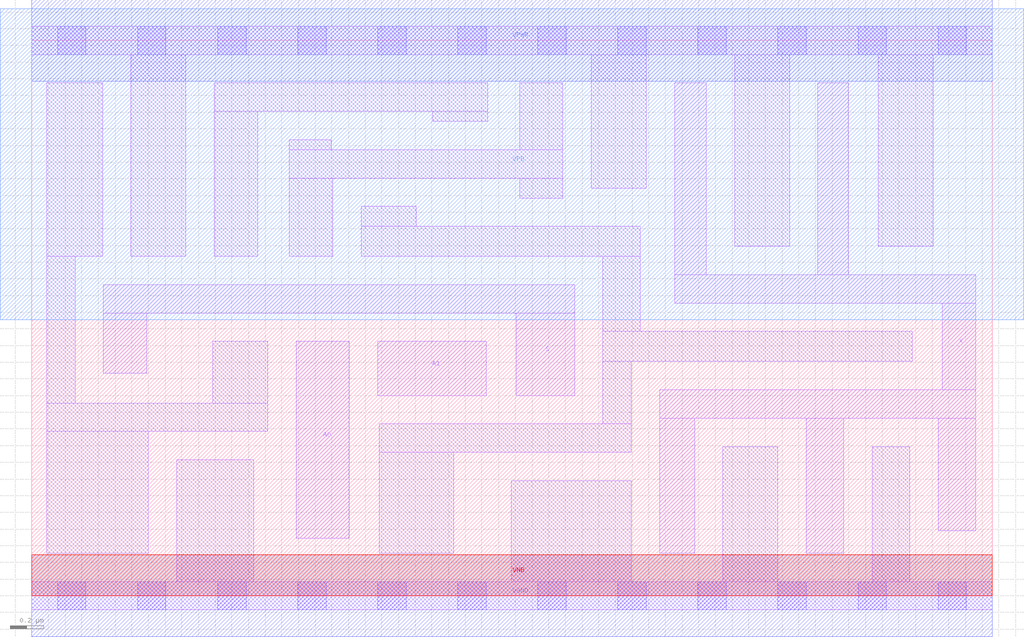
<source format=lef>
# Copyright 2020 The SkyWater PDK Authors
#
# Licensed under the Apache License, Version 2.0 (the "License");
# you may not use this file except in compliance with the License.
# You may obtain a copy of the License at
#
#     https://www.apache.org/licenses/LICENSE-2.0
#
# Unless required by applicable law or agreed to in writing, software
# distributed under the License is distributed on an "AS IS" BASIS,
# WITHOUT WARRANTIES OR CONDITIONS OF ANY KIND, either express or implied.
# See the License for the specific language governing permissions and
# limitations under the License.
#
# SPDX-License-Identifier: Apache-2.0

VERSION 5.7 ;
  NOWIREEXTENSIONATPIN ON ;
  DIVIDERCHAR "/" ;
  BUSBITCHARS "[]" ;
MACRO sky130_fd_sc_lp__mux2_4
  CLASS CORE ;
  FOREIGN sky130_fd_sc_lp__mux2_4 ;
  ORIGIN  0.000000  0.000000 ;
  SIZE  5.760000 BY  3.330000 ;
  SYMMETRY X Y R90 ;
  SITE unit ;
  PIN A0
    ANTENNAGATEAREA  0.315000 ;
    DIRECTION INPUT ;
    USE SIGNAL ;
    PORT
      LAYER li1 ;
        RECT 1.585000 0.345000 1.905000 1.525000 ;
    END
  END A0
  PIN A1
    ANTENNAGATEAREA  0.315000 ;
    DIRECTION INPUT ;
    USE SIGNAL ;
    PORT
      LAYER li1 ;
        RECT 2.075000 1.200000 2.725000 1.525000 ;
    END
  END A1
  PIN S
    ANTENNAGATEAREA  0.630000 ;
    DIRECTION INPUT ;
    USE SIGNAL ;
    PORT
      LAYER li1 ;
        RECT 0.430000 1.335000 0.690000 1.695000 ;
        RECT 0.430000 1.695000 3.255000 1.865000 ;
        RECT 2.905000 1.200000 3.255000 1.695000 ;
    END
  END S
  PIN X
    ANTENNADIFFAREA  1.176000 ;
    DIRECTION OUTPUT ;
    USE SIGNAL ;
    PORT
      LAYER li1 ;
        RECT 3.765000 0.255000 3.975000 1.065000 ;
        RECT 3.765000 1.065000 5.660000 1.235000 ;
        RECT 3.855000 1.755000 5.660000 1.925000 ;
        RECT 3.855000 1.925000 4.045000 3.075000 ;
        RECT 4.645000 0.255000 4.870000 1.065000 ;
        RECT 4.715000 1.925000 4.895000 3.075000 ;
        RECT 5.435000 0.390000 5.660000 1.065000 ;
        RECT 5.460000 1.235000 5.660000 1.755000 ;
    END
  END X
  PIN VGND
    DIRECTION INOUT ;
    USE GROUND ;
    PORT
      LAYER met1 ;
        RECT 0.000000 -0.245000 5.760000 0.245000 ;
    END
  END VGND
  PIN VNB
    DIRECTION INOUT ;
    USE GROUND ;
    PORT
      LAYER pwell ;
        RECT 0.000000 0.000000 5.760000 0.245000 ;
    END
  END VNB
  PIN VPB
    DIRECTION INOUT ;
    USE POWER ;
    PORT
      LAYER nwell ;
        RECT -0.190000 1.655000 5.950000 3.520000 ;
    END
  END VPB
  PIN VPWR
    DIRECTION INOUT ;
    USE POWER ;
    PORT
      LAYER met1 ;
        RECT 0.000000 3.085000 5.760000 3.575000 ;
    END
  END VPWR
  OBS
    LAYER li1 ;
      RECT 0.000000 -0.085000 5.760000 0.085000 ;
      RECT 0.000000  3.245000 5.760000 3.415000 ;
      RECT 0.090000  0.255000 0.700000 0.985000 ;
      RECT 0.090000  0.985000 1.415000 1.155000 ;
      RECT 0.090000  1.155000 0.260000 2.035000 ;
      RECT 0.090000  2.035000 0.425000 3.075000 ;
      RECT 0.595000  2.035000 0.925000 3.245000 ;
      RECT 0.870000  0.085000 1.330000 0.815000 ;
      RECT 1.085000  1.155000 1.415000 1.525000 ;
      RECT 1.095000  2.035000 1.355000 2.905000 ;
      RECT 1.095000  2.905000 2.735000 3.075000 ;
      RECT 1.545000  2.035000 1.805000 2.505000 ;
      RECT 1.545000  2.505000 3.185000 2.675000 ;
      RECT 1.545000  2.675000 1.795000 2.735000 ;
      RECT 1.975000  2.035000 3.650000 2.215000 ;
      RECT 1.975000  2.215000 2.305000 2.335000 ;
      RECT 2.085000  0.255000 2.530000 0.860000 ;
      RECT 2.085000  0.860000 3.595000 1.030000 ;
      RECT 2.405000  2.845000 2.735000 2.905000 ;
      RECT 2.875000  0.085000 3.595000 0.690000 ;
      RECT 2.925000  2.385000 3.185000 2.505000 ;
      RECT 2.925000  2.675000 3.185000 3.075000 ;
      RECT 3.355000  2.445000 3.685000 3.245000 ;
      RECT 3.425000  1.030000 3.595000 1.405000 ;
      RECT 3.425000  1.405000 5.280000 1.585000 ;
      RECT 3.425000  1.585000 3.650000 2.035000 ;
      RECT 4.145000  0.085000 4.475000 0.895000 ;
      RECT 4.215000  2.095000 4.545000 3.245000 ;
      RECT 5.040000  0.085000 5.265000 0.895000 ;
      RECT 5.075000  2.095000 5.405000 3.245000 ;
    LAYER mcon ;
      RECT 0.155000 -0.085000 0.325000 0.085000 ;
      RECT 0.155000  3.245000 0.325000 3.415000 ;
      RECT 0.635000 -0.085000 0.805000 0.085000 ;
      RECT 0.635000  3.245000 0.805000 3.415000 ;
      RECT 1.115000 -0.085000 1.285000 0.085000 ;
      RECT 1.115000  3.245000 1.285000 3.415000 ;
      RECT 1.595000 -0.085000 1.765000 0.085000 ;
      RECT 1.595000  3.245000 1.765000 3.415000 ;
      RECT 2.075000 -0.085000 2.245000 0.085000 ;
      RECT 2.075000  3.245000 2.245000 3.415000 ;
      RECT 2.555000 -0.085000 2.725000 0.085000 ;
      RECT 2.555000  3.245000 2.725000 3.415000 ;
      RECT 3.035000 -0.085000 3.205000 0.085000 ;
      RECT 3.035000  3.245000 3.205000 3.415000 ;
      RECT 3.515000 -0.085000 3.685000 0.085000 ;
      RECT 3.515000  3.245000 3.685000 3.415000 ;
      RECT 3.995000 -0.085000 4.165000 0.085000 ;
      RECT 3.995000  3.245000 4.165000 3.415000 ;
      RECT 4.475000 -0.085000 4.645000 0.085000 ;
      RECT 4.475000  3.245000 4.645000 3.415000 ;
      RECT 4.955000 -0.085000 5.125000 0.085000 ;
      RECT 4.955000  3.245000 5.125000 3.415000 ;
      RECT 5.435000 -0.085000 5.605000 0.085000 ;
      RECT 5.435000  3.245000 5.605000 3.415000 ;
  END
END sky130_fd_sc_lp__mux2_4
END LIBRARY

</source>
